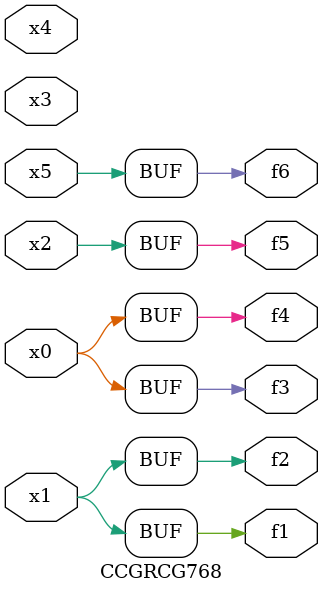
<source format=v>
module CCGRCG768(
	input x0, x1, x2, x3, x4, x5,
	output f1, f2, f3, f4, f5, f6
);
	assign f1 = x1;
	assign f2 = x1;
	assign f3 = x0;
	assign f4 = x0;
	assign f5 = x2;
	assign f6 = x5;
endmodule

</source>
